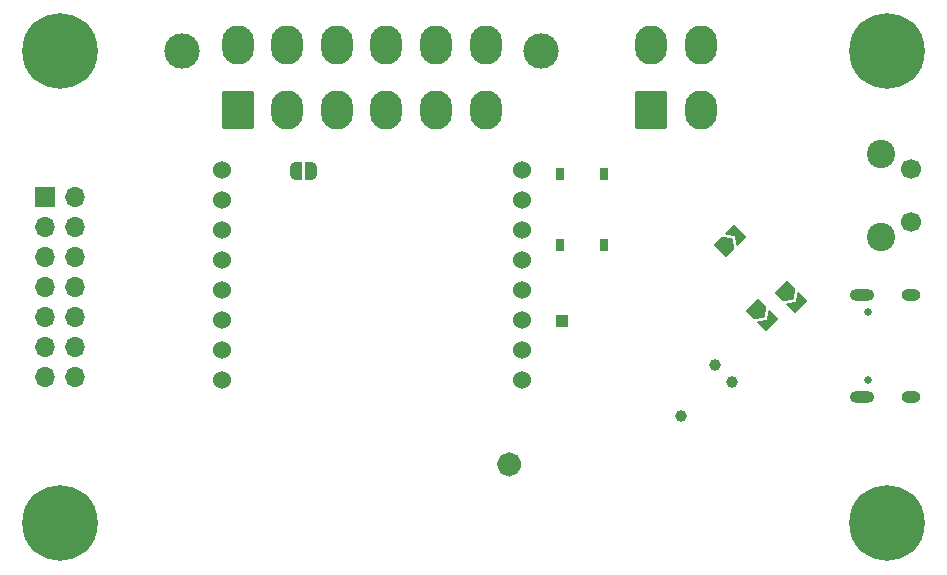
<source format=gbr>
%TF.GenerationSoftware,KiCad,Pcbnew,8.99.0-unknown-1.20240323gita6e2746.fc38*%
%TF.CreationDate,2024-04-05T19:16:21-03:00*%
%TF.ProjectId,Wideband_v3,57696465-6261-46e6-945f-76332e6b6963,rev?*%
%TF.SameCoordinates,Original*%
%TF.FileFunction,Soldermask,Bot*%
%TF.FilePolarity,Negative*%
%FSLAX46Y46*%
G04 Gerber Fmt 4.6, Leading zero omitted, Abs format (unit mm)*
G04 Created by KiCad (PCBNEW 8.99.0-unknown-1.20240323gita6e2746.fc38) date 2024-04-05 19:16:21*
%MOMM*%
%LPD*%
G01*
G04 APERTURE LIST*
G04 Aperture macros list*
%AMRoundRect*
0 Rectangle with rounded corners*
0 $1 Rounding radius*
0 $2 $3 $4 $5 $6 $7 $8 $9 X,Y pos of 4 corners*
0 Add a 4 corners polygon primitive as box body*
4,1,4,$2,$3,$4,$5,$6,$7,$8,$9,$2,$3,0*
0 Add four circle primitives for the rounded corners*
1,1,$1+$1,$2,$3*
1,1,$1+$1,$4,$5*
1,1,$1+$1,$6,$7*
1,1,$1+$1,$8,$9*
0 Add four rect primitives between the rounded corners*
20,1,$1+$1,$2,$3,$4,$5,0*
20,1,$1+$1,$4,$5,$6,$7,0*
20,1,$1+$1,$6,$7,$8,$9,0*
20,1,$1+$1,$8,$9,$2,$3,0*%
%AMFreePoly0*
4,1,6,1.000000,0.000000,0.499999,-0.750000,-0.499999,-0.750000,-0.499999,0.750000,0.499999,0.750000,1.000000,0.000000,1.000000,0.000000,$1*%
%AMFreePoly1*
4,1,6,0.499999,-0.750000,-0.649999,-0.750000,-0.150000,0.000000,-0.649999,0.750000,0.499999,0.750000,0.499999,-0.750000,0.499999,-0.750000,$1*%
%AMFreePoly2*
4,1,19,0.500000,-0.750000,0.000000,-0.750000,0.000000,-0.744911,-0.071157,-0.744911,-0.207708,-0.704816,-0.327430,-0.627875,-0.420627,-0.520320,-0.479746,-0.390866,-0.500000,-0.250000,-0.500000,0.250000,-0.479746,0.390866,-0.420627,0.520320,-0.327430,0.627875,-0.207708,0.704816,-0.071157,0.744911,0.000000,0.744911,0.000000,0.750000,0.500000,0.750000,0.500000,-0.750000,0.500000,-0.750000,
$1*%
%AMFreePoly3*
4,1,19,0.000000,0.744911,0.071157,0.744911,0.207708,0.704816,0.327430,0.627875,0.420627,0.520320,0.479746,0.390866,0.500000,0.250000,0.500000,-0.250000,0.479746,-0.390866,0.420627,-0.520320,0.327430,-0.627875,0.207708,-0.704816,0.071157,-0.744911,0.000000,-0.744911,0.000000,-0.750000,-0.500000,-0.750000,-0.500000,0.750000,0.000000,0.750000,0.000000,0.744911,0.000000,0.744911,
$1*%
G04 Aperture macros list end*
%ADD10C,1.050000*%
%ADD11C,0.800000*%
%ADD12C,6.400000*%
%ADD13C,2.400000*%
%ADD14C,1.700000*%
%ADD15R,1.700000X1.700000*%
%ADD16O,1.700000X1.700000*%
%ADD17C,1.524000*%
%ADD18C,0.650000*%
%ADD19O,2.100000X1.000000*%
%ADD20O,1.600000X1.000000*%
%ADD21C,0.990600*%
%ADD22R,1.000000X1.000000*%
%ADD23FreePoly0,315.000000*%
%ADD24FreePoly1,315.000000*%
%ADD25R,0.750000X1.000000*%
%ADD26C,3.000000*%
%ADD27RoundRect,0.250001X-1.099999X-1.399999X1.099999X-1.399999X1.099999X1.399999X-1.099999X1.399999X0*%
%ADD28O,2.700000X3.300000*%
%ADD29FreePoly2,0.000000*%
%ADD30FreePoly3,0.000000*%
%ADD31C,1.800000*%
%ADD32FreePoly0,45.000000*%
%ADD33FreePoly1,45.000000*%
G04 APERTURE END LIST*
%TO.C,G\u002A\u002A\u002A*%
D10*
X121147400Y-105125600D02*
G75*
G02*
X120097400Y-105125600I-525000J0D01*
G01*
X120097400Y-105125600D02*
G75*
G02*
X121147400Y-105125600I525000J0D01*
G01*
%TD*%
D11*
%TO.C,H3*%
X80222400Y-110125600D03*
X80925344Y-108428544D03*
X80925344Y-111822656D03*
X82622400Y-107725600D03*
D12*
X82622400Y-110125600D03*
D11*
X82622400Y-112525600D03*
X84319456Y-108428544D03*
X84319456Y-111822656D03*
X85022400Y-110125600D03*
%TD*%
%TO.C,H1*%
X150222400Y-70125600D03*
X150925344Y-68428544D03*
X150925344Y-71822656D03*
X152622400Y-67725600D03*
D12*
X152622400Y-70125600D03*
D11*
X152622400Y-72525600D03*
X154319456Y-68428544D03*
X154319456Y-71822656D03*
X155022400Y-70125600D03*
%TD*%
D13*
%TO.C,SW3*%
X152122401Y-78875600D03*
X152122400Y-85875600D03*
D14*
X154622400Y-80125600D03*
X154622400Y-84625601D03*
%TD*%
D11*
%TO.C,H4*%
X150222400Y-110125600D03*
X150925344Y-108428544D03*
X150925344Y-111822656D03*
X152622400Y-107725600D03*
D12*
X152622400Y-110125600D03*
D11*
X152622400Y-112525600D03*
X154319456Y-108428544D03*
X154319456Y-111822656D03*
X155022400Y-110125600D03*
%TD*%
D15*
%TO.C,J1*%
X81347400Y-82500600D03*
D16*
X83887400Y-82500600D03*
X81347400Y-85040600D03*
X83887400Y-85040600D03*
X81347400Y-87580600D03*
X83887400Y-87580600D03*
X81347400Y-90120600D03*
X83887400Y-90120600D03*
X81347400Y-92660600D03*
X83887400Y-92660600D03*
X81347400Y-95200600D03*
X83887400Y-95200600D03*
X81347400Y-97740600D03*
X83887400Y-97740600D03*
%TD*%
D17*
%TO.C,U3*%
X121716800Y-97967800D03*
X121716800Y-95427800D03*
X121716800Y-92887800D03*
X121716800Y-90347800D03*
X121716800Y-87807800D03*
X121716800Y-85267800D03*
X121716800Y-82727800D03*
X121716800Y-80187800D03*
X96316800Y-97967800D03*
X96316801Y-95427800D03*
X96316800Y-92887800D03*
X96316800Y-90347800D03*
X96316800Y-87807800D03*
X96316800Y-85267801D03*
X96316800Y-82727799D03*
X96316800Y-80187800D03*
%TD*%
D18*
%TO.C,J2*%
X151022400Y-98015600D03*
X151022400Y-92235600D03*
D19*
X150492400Y-99445600D03*
D20*
X154672400Y-99445600D03*
D19*
X150492400Y-90805600D03*
D20*
X154672400Y-90805600D03*
%TD*%
D11*
%TO.C,H2*%
X80222400Y-70125600D03*
X80925344Y-68428544D03*
X80925344Y-71822656D03*
X82622400Y-67725600D03*
D12*
X82622400Y-70125600D03*
D11*
X82622400Y-72525600D03*
X84319456Y-68428544D03*
X84319456Y-71822656D03*
X85022400Y-70125600D03*
%TD*%
D21*
%TO.C,J3*%
X135203362Y-101033013D03*
X138077044Y-96722490D03*
X139513885Y-98159331D03*
%TD*%
D22*
%TO.C,TP3*%
X125069600Y-92964000D03*
%TD*%
D23*
%TO.C,JP2*%
X143962548Y-90419348D03*
D24*
X144987852Y-91444652D03*
%TD*%
D25*
%TO.C,SW1*%
X124897400Y-80525600D03*
X124897400Y-86525600D03*
X128647400Y-80525600D03*
X128647400Y-86525600D03*
%TD*%
D26*
%TO.C,J5*%
X92922400Y-70085600D03*
X123322400Y-70085600D03*
D27*
X97622400Y-75125600D03*
D28*
X101822399Y-75125600D03*
X106022400Y-75125600D03*
X110222399Y-75125600D03*
X114422400Y-75125600D03*
X118622399Y-75125600D03*
X97622400Y-69625600D03*
X101822400Y-69625600D03*
X106022400Y-69625600D03*
X110222400Y-69625600D03*
X114422400Y-69625600D03*
X118622400Y-69625600D03*
%TD*%
D29*
%TO.C,JP5*%
X102575601Y-80264000D03*
D30*
X103875599Y-80264000D03*
%TD*%
D31*
%TO.C,G\u002A\u002A\u002A*%
X120622400Y-105125600D03*
%TD*%
D23*
%TO.C,JP1*%
X141477719Y-91964377D03*
D24*
X142503023Y-92989681D03*
%TD*%
D32*
%TO.C,JP3*%
X138780948Y-86720252D03*
D33*
X139806252Y-85694948D03*
%TD*%
D27*
%TO.C,J4*%
X132622400Y-75125600D03*
D28*
X136822399Y-75125600D03*
X132622400Y-69625600D03*
X136822400Y-69625600D03*
%TD*%
M02*

</source>
